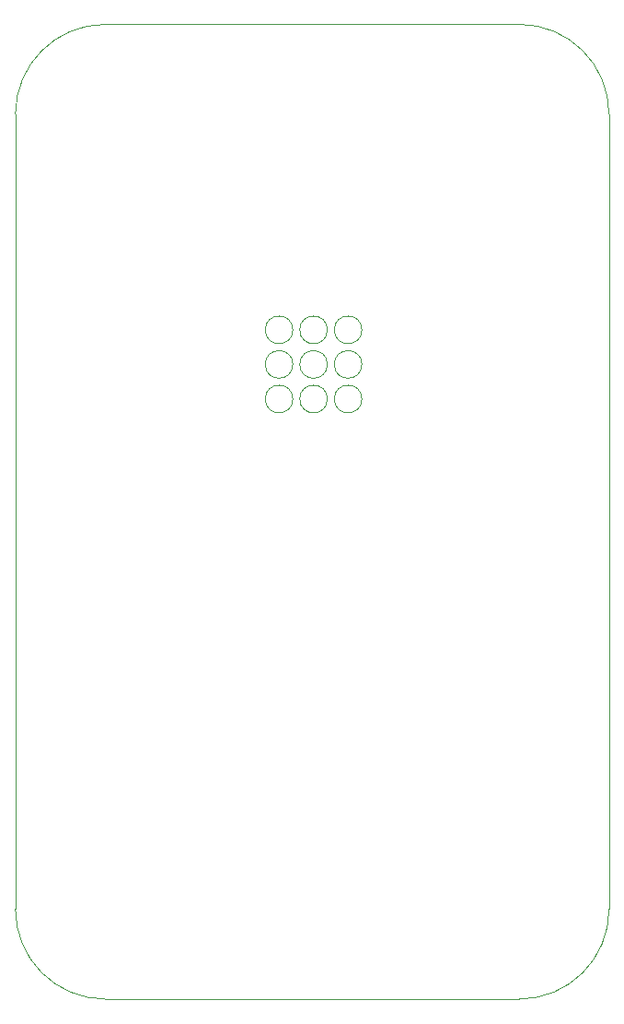
<source format=gbr>
G04 #@! TF.GenerationSoftware,KiCad,Pcbnew,7.0.5-unknown-202306101748~6fbdf8f0e2~ubuntu22.04.1*
G04 #@! TF.CreationDate,2023-07-16T12:43:12+01:00*
G04 #@! TF.ProjectId,back_panel,6261636b-5f70-4616-9e65-6c2e6b696361,rev?*
G04 #@! TF.SameCoordinates,Original*
G04 #@! TF.FileFunction,Profile,NP*
%FSLAX46Y46*%
G04 Gerber Fmt 4.6, Leading zero omitted, Abs format (unit mm)*
G04 Created by KiCad (PCBNEW 7.0.5-unknown-202306101748~6fbdf8f0e2~ubuntu22.04.1) date 2023-07-16 12:43:12*
%MOMM*%
%LPD*%
G01*
G04 APERTURE LIST*
G04 #@! TA.AperFunction,Profile*
%ADD10C,0.100000*%
G04 #@! TD*
G04 APERTURE END LIST*
D10*
X170692834Y-138307834D02*
G75*
G03*
X178947834Y-130052834I-34J8255034D01*
G01*
X132592834Y-48772834D02*
X170692834Y-48772834D01*
X149860000Y-83185000D02*
G75*
G03*
X149860000Y-83185000I-1270000J0D01*
G01*
X156210000Y-80010000D02*
G75*
G03*
X156210000Y-80010000I-1270000J0D01*
G01*
X132592834Y-48772834D02*
G75*
G03*
X124337834Y-57027834I6J-8255006D01*
G01*
X132592834Y-138307834D02*
X170692834Y-138307834D01*
X149860000Y-80010000D02*
G75*
G03*
X149860000Y-80010000I-1270000J0D01*
G01*
X124337834Y-57027834D02*
X124337834Y-130052834D01*
X156210000Y-83185000D02*
G75*
G03*
X156210000Y-83185000I-1270000J0D01*
G01*
X153035000Y-83185000D02*
G75*
G03*
X153035000Y-83185000I-1270000J0D01*
G01*
X124337866Y-130052834D02*
G75*
G03*
X132592834Y-138307834I8254934J-66D01*
G01*
X149860000Y-76835000D02*
G75*
G03*
X149860000Y-76835000I-1270000J0D01*
G01*
X153035000Y-80010000D02*
G75*
G03*
X153035000Y-80010000I-1270000J0D01*
G01*
X156210000Y-76835000D02*
G75*
G03*
X156210000Y-76835000I-1270000J0D01*
G01*
X178947866Y-57027834D02*
G75*
G03*
X170692834Y-48772834I-8255066J-66D01*
G01*
X153035000Y-76835000D02*
G75*
G03*
X153035000Y-76835000I-1270000J0D01*
G01*
X178947834Y-57027834D02*
X178947834Y-130052834D01*
M02*

</source>
